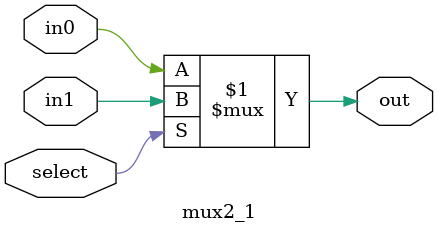
<source format=v>
/*
 Written By: Benjamin Zaporzan
 
 simple 2-1 muxer
 */


module mux2_1(in0,in1,out,select);

   input in0,in1,select;
   output out;

   assign out = (select) ? in1 : in0;
   
endmodule // mux2_1


</source>
